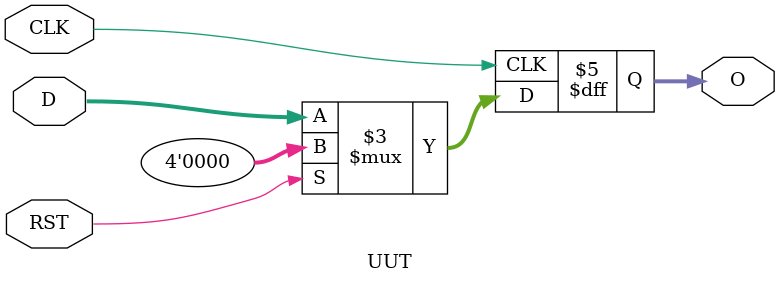
<source format=v>
`timescale 1ns / 1ps
module UUT(CLK,RST,D,O);

input CLK;
input RST;
input  [3:0] D;
output [3:0] O;
reg [3:0] O;

always @(posedge CLK)
	if (RST)
		O <= 'b0;
	else
	    O <= D;
	
endmodule

</source>
